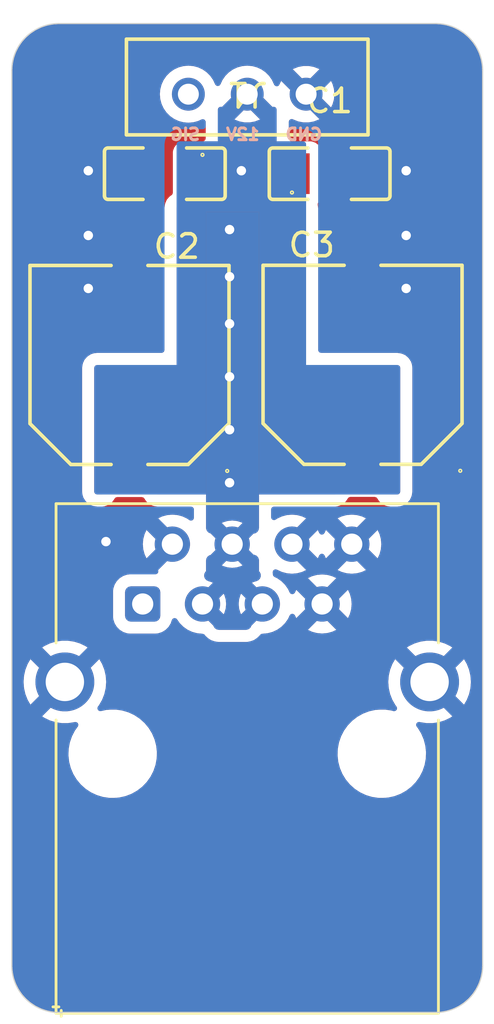
<source format=kicad_pcb>
(kicad_pcb (version 20221018) (generator pcbnew)
  (layers (0 "F.Cu" signal) (1 "In1.Cu" signal) (2 "In2.Cu" signal) (31 "B.Cu" signal) (34 "B.Paste" user) (35 "F.Paste" user) (36 "B.SilkS" user "B.Silkscreen") (37 "F.SilkS" user "F.Silkscreen") (38 "B.Mask" user) (39 "F.Mask" user) (44 "Edge.Cuts" user))
  (net 0 "")
  (net 1 "GND")
  (net 2 "/12V")
  (net 3 "/SIG")
  (footprint "Clockdiv-KiCad:RJ45_Conrad_1586526" (layer "F.Cu") (at 145.29 112)
    (fp_text reference "J3" hide)
    (fp_text value "RJ45_Shielded" hide)
    (fp_line (start -2.41 -10.61) (end -2.41 -4.7) (stroke (width 0.12)) (layer "F.SilkS"))
    (fp_line (start -2.41 -10.61) (end 13.83 -10.61) (stroke (width 0.12)) (layer "F.SilkS"))
    (fp_line (start -2.41 -1.42) (end -2.41 11.03) (stroke (width 0.12)) (layer "F.SilkS"))
    (fp_line (start -2.29 10.76) (end -2.54 10.76) (stroke (width 0.12)) (layer "F.SilkS"))
    (fp_line (start -2.19 10.91) (end -2.19 11.16) (stroke (width 0.12)) (layer "F.SilkS"))
    (fp_line (start 13.83 -10.61) (end 13.83 -4.7) (stroke (width 0.12)) (layer "F.SilkS"))
    (fp_line (start 13.83 -1.42) (end 13.83 11.03) (stroke (width 0.12)) (layer "F.SilkS"))
    (fp_line (start 13.83 11.03) (end -2.41 11.03) (stroke (width 0.12)) (layer "F.SilkS"))
    (pad "" np_thru_hole circle (at -0.005 0.01) (size 3.25 3.25) (drill 3.25) (layers "*.Cu" "*.Mask"))
    (pad "" np_thru_hole circle (at 11.425 0.01) (size 3.25 3.25) (drill 3.25) (layers "*.Cu" "*.Mask"))
    (pad "1" thru_hole roundrect (at 1.27 -6.35) (size 1.5 1.5) (drill 0.9) (layers "*.Cu" "*.Mask") (roundrect_rratio 0.167) (net 3 "/SIG"))
    (pad "2" thru_hole circle (at 2.53 -8.89) (size 1.5 1.5) (drill 0.9) (layers "*.Cu" "*.Mask") (net 1 "GND"))
    (pad "3" thru_hole circle (at 3.81 -6.35) (size 1.5 1.5) (drill 0.9) (layers "*.Cu" "*.Mask") (net 2 "/12V"))
    (pad "4" thru_hole circle (at 5.07 -8.89) (size 1.5 1.5) (drill 0.9) (layers "*.Cu" "*.Mask") (net 2 "/12V"))
    (pad "5" thru_hole circle (at 6.35 -6.35) (size 1.5 1.5) (drill 0.9) (layers "*.Cu" "*.Mask") (net 2 "/12V"))
    (pad "6" thru_hole circle (at 7.61 -8.89 90) (size 1.5 1.5) (drill 0.9) (layers "*.Cu" "*.Mask") (net 1 "GND"))
    (pad "7" thru_hole circle (at 8.89 -6.35) (size 1.5 1.5) (drill 0.9) (layers "*.Cu" "*.Mask") (net 1 "GND"))
    (pad "8" thru_hole circle (at 10.15 -8.89) (size 1.5 1.5) (drill 0.9) (layers "*.Cu" "*.Mask") (net 1 "GND"))
    (pad "SH" thru_hole circle (at -2.035 -3.04) (size 2.5 2.5) (drill 1.63) (layers "*.Cu" "*.Mask") (net 1 "GND"))
    (pad "SH" thru_hole circle (at 13.455 -3.04) (size 2.5 2.5) (drill 1.63) (layers "*.Cu" "*.Mask") (net 1 "GND"))
  )
  (footprint "footprint:C1206" (layer "F.Cu") (at 154.5 87.376)
    (fp_text reference "C1" (at 0 -3.092609) (layer "F.SilkS"))
    (fp_text value "CL31B104KBCNNNC" hide)
    (fp_line (start -2.563602 0.940208) (end -2.563602 -0.940208) (stroke (width 0.1524)) (layer "F.SilkS"))
    (fp_line (start -2.411201 -1.092609) (end -0.926213 -1.092609) (stroke (width 0.1524)) (layer "F.SilkS"))
    (fp_line (start -0.926213 1.092609) (end -2.411201 1.092609) (stroke (width 0.1524)) (layer "F.SilkS"))
    (fp_line (start 0.926213 1.092609) (end 2.411201 1.092609) (stroke (width 0.1524)) (layer "F.SilkS"))
    (fp_line (start 2.411201 -1.092609) (end 0.926213 -1.092609) (stroke (width 0.1524)) (layer "F.SilkS"))
    (fp_line (start 2.563602 0.940208) (end 2.563602 -0.940208) (stroke (width 0.1524)) (layer "F.SilkS"))
    (fp_arc (start -2.563602 -0.940208) (mid -2.518965 -1.047972) (end -2.411201 -1.092609) (stroke (width 0.1524)) (layer "F.SilkS"))
    (fp_arc (start -2.411201 1.092609) (mid -2.518965 1.047972) (end -2.563602 0.940208) (stroke (width 0.1524)) (layer "F.SilkS"))
    (fp_arc (start 2.411201 -1.092609) (mid 2.518967 -1.047972) (end 2.563602 -0.940208) (stroke (width 0.1524)) (layer "F.SilkS"))
    (fp_arc (start 2.563602 0.940208) (mid 2.518962 1.047967) (end 2.411201 1.092609) (stroke (width 0.1524)) (layer "F.SilkS"))
    (fp_circle (center -1.599949 0.800102) (end -1.569977 0.800102) (stroke (width 0.059995)) (fill none) (layer "F.SilkS"))
    (pad "1" smd rect (at -1.592583 0) (size 1.485014 1.727991) (layers "F.Cu" "F.Paste" "F.Mask") (net 2 "/12V"))
    (pad "2" smd rect (at 1.592583 0) (size 1.485014 1.727991) (layers "F.Cu" "F.Paste" "F.Mask") (net 1 "GND"))
  )
  (footprint "footprints:CONN3_B3B-EH-ALFSN_JST" (layer "F.Cu") (at 153.5 84 180)
    (fp_text reference "J1" (at 2.5 0 180 unlocked) (layer "F.SilkS"))
    (fp_text value "B3B-EH-ALFSN")
    (fp_line (start -2.6308 -1.727) (end -2.6308 2.337) (stroke (width 0.1524)) (layer "F.SilkS"))
    (fp_line (start -2.6308 2.337) (end 7.6308 2.337) (stroke (width 0.1524)) (layer "F.SilkS"))
    (fp_line (start 7.6308 -1.727) (end -2.6308 -1.727) (stroke (width 0.1524)) (layer "F.SilkS"))
    (fp_line (start 7.6308 2.337) (end 7.6308 -1.727) (stroke (width 0.1524)) (layer "F.SilkS"))
    (pad "1" thru_hole circle (at 0 0 180) (size 1.397 1.397) (drill 0.889) (layers "*.Cu" "*.Mask") (net 1 "GND"))
    (pad "2" thru_hole circle (at 2.5 0 180) (size 1.397 1.397) (drill 0.889) (layers "*.Cu" "*.Mask") (net 2 "/12V"))
    (pad "3" thru_hole circle (at 5 0 180) (size 1.397 1.397) (drill 0.889) (layers "*.Cu" "*.Mask") (net 3 "/SIG"))
  )
  (footprint "footprint:CAP-SMD_BD8.0-L8.3-W8.3-RD" (layer "F.Cu") (at 155.898 95.492895 -90)
    (fp_text reference "C3" (at -5.087105 2.159 -180) (layer "F.SilkS"))
    (fp_text value "VE-221M1ETR-0810" hide)
    (fp_line (start -4.226238 -4.226238) (end 2.489967 -4.226238) (stroke (width 0.1524)) (layer "F.SilkS"))
    (fp_line (start -4.226238 -0.782398) (end -4.226238 -4.226238) (stroke (width 0.1524)) (layer "F.SilkS"))
    (fp_line (start -4.226238 0.782398) (end -4.226238 4.226238) (stroke (width 0.1524)) (layer "F.SilkS"))
    (fp_line (start -4.226238 4.226238) (end 2.489967 4.226238) (stroke (width 0.1524)) (layer "F.SilkS"))
    (fp_line (start 2.489967 -4.226238) (end 4.226238 -2.489967) (stroke (width 0.1524)) (layer "F.SilkS"))
    (fp_line (start 2.489967 4.226238) (end 4.226238 2.489967) (stroke (width 0.1524)) (layer "F.SilkS"))
    (fp_line (start 4.226238 -2.489967) (end 4.226238 -0.782398) (stroke (width 0.1524)) (layer "F.SilkS"))
    (fp_line (start 4.226238 2.489967) (end 4.226238 0.782398) (stroke (width 0.1524)) (layer "F.SilkS"))
    (fp_circle (center 4.500127 -4.150114) (end 4.530099 -4.150114) (stroke (width 0.059995)) (fill none) (layer "F.SilkS"))
    (pad "1" smd rect (at 3.294895 0 90) (size 3.610008 1.259995) (layers "F.Cu" "F.Paste" "F.Mask") (net 2 "/12V"))
    (pad "2" smd rect (at -3.294895 0 90) (size 3.610008 1.259995) (layers "F.Cu" "F.Paste" "F.Mask") (net 1 "GND"))
  )
  (footprint "footprint:C1206" (layer "F.Cu") (at 147.5 87.376 180)
    (fp_text reference "C2" (at -0.508 -3.092609) (layer "F.SilkS"))
    (fp_text value "CL31B104KBCNNNC" hide)
    (fp_line (start -2.563602 0.940208) (end -2.563602 -0.940208) (stroke (width 0.1524)) (layer "F.SilkS"))
    (fp_line (start -2.411201 -1.092609) (end -0.926213 -1.092609) (stroke (width 0.1524)) (layer "F.SilkS"))
    (fp_line (start -0.926213 1.092609) (end -2.411201 1.092609) (stroke (width 0.1524)) (layer "F.SilkS"))
    (fp_line (start 0.926213 1.092609) (end 2.411201 1.092609) (stroke (width 0.1524)) (layer "F.SilkS"))
    (fp_line (start 2.411201 -1.092609) (end 0.926213 -1.092609) (stroke (width 0.1524)) (layer "F.SilkS"))
    (fp_line (start 2.563602 0.940208) (end 2.563602 -0.940208) (stroke (width 0.1524)) (layer "F.SilkS"))
    (fp_arc (start -2.563602 -0.940208) (mid -2.518965 -1.047972) (end -2.411201 -1.092609) (stroke (width 0.1524)) (layer "F.SilkS"))
    (fp_arc (start -2.411201 1.092609) (mid -2.518965 1.047972) (end -2.563602 0.940208) (stroke (width 0.1524)) (layer "F.SilkS"))
    (fp_arc (start 2.411201 -1.092609) (mid 2.518967 -1.047972) (end 2.563602 -0.940208) (stroke (width 0.1524)) (layer "F.SilkS"))
    (fp_arc (start 2.563602 0.940208) (mid 2.518962 1.047967) (end 2.411201 1.092609) (stroke (width 0.1524)) (layer "F.SilkS"))
    (fp_circle (center -1.599949 0.800102) (end -1.569977 0.800102) (stroke (width 0.059995)) (fill none) (layer "F.SilkS"))
    (pad "1" smd rect (at -1.592583 0 180) (size 1.485014 1.727991) (layers "F.Cu" "F.Paste" "F.Mask") (net 2 "/12V"))
    (pad "2" smd rect (at 1.592583 0 180) (size 1.485014 1.727991) (layers "F.Cu" "F.Paste" "F.Mask") (net 1 "GND"))
  )
  (footprint "footprint:CAP-SMD_BD8.0-L8.3-W8.3-RD" (layer "F.Cu") (at 146 95.5 -90)
    (fp_text reference "C4" hide)
    (fp_text value "VE-221M1ETR-0810" hide)
    (fp_line (start -4.226238 -4.226238) (end 2.489967 -4.226238) (stroke (width 0.1524)) (layer "F.SilkS"))
    (fp_line (start -4.226238 -0.782398) (end -4.226238 -4.226238) (stroke (width 0.1524)) (layer "F.SilkS"))
    (fp_line (start -4.226238 0.782398) (end -4.226238 4.226238) (stroke (width 0.1524)) (layer "F.SilkS"))
    (fp_line (start -4.226238 4.226238) (end 2.489967 4.226238) (stroke (width 0.1524)) (layer "F.SilkS"))
    (fp_line (start 2.489967 -4.226238) (end 4.226238 -2.489967) (stroke (width 0.1524)) (layer "F.SilkS"))
    (fp_line (start 2.489967 4.226238) (end 4.226238 2.489967) (stroke (width 0.1524)) (layer "F.SilkS"))
    (fp_line (start 4.226238 -2.489967) (end 4.226238 -0.782398) (stroke (width 0.1524)) (layer "F.SilkS"))
    (fp_line (start 4.226238 2.489967) (end 4.226238 0.782398) (stroke (width 0.1524)) (layer "F.SilkS"))
    (fp_circle (center 4.500127 -4.150114) (end 4.530099 -4.150114) (stroke (width 0.059995)) (fill none) (layer "F.SilkS"))
    (pad "1" smd rect (at 3.294895 0 90) (size 3.610008 1.259995) (layers "F.Cu" "F.Paste" "F.Mask") (net 2 "/12V"))
    (pad "2" smd rect (at -3.294895 0 90) (size 3.610008 1.259995) (layers "F.Cu" "F.Paste" "F.Mask") (net 1 "GND"))
  )
  (footprint "LOGO" (layer "B.Cu") (at 151.25 117 180)
    (fp_text reference "G***" hide)
    (fp_text value "LOGO" hide)
  )
  (gr_arc (start 159 81) (mid 160.414214 81.585786) (end 161 83) (stroke (width 0.05)) (layer "Edge.Cuts"))
  (gr_line (start 161 83) (end 161 121) (stroke (width 0.05)) (layer "Edge.Cuts"))
  (gr_line (start 143 81) (end 159 81) (stroke (width 0.05)) (layer "Edge.Cuts"))
  (gr_line (start 159 123) (end 143 123) (stroke (width 0.05)) (layer "Edge.Cuts"))
  (gr_arc (start 143 123) (mid 141.585786 122.414214) (end 141 121) (stroke (width 0.05)) (layer "Edge.Cuts"))
  (gr_arc (start 141 83) (mid 141.585786 81.585786) (end 143 81) (stroke (width 0.05)) (layer "Edge.Cuts"))
  (gr_line (start 141 121) (end 141 83) (stroke (width 0.05)) (layer "Edge.Cuts"))
  (gr_arc (start 161 121) (mid 160.414214 122.414214) (end 159 123) (stroke (width 0.05)) (layer "Edge.Cuts"))
  (gr_text "GND   12V   SIG" (at 154.25 86) (layer "B.SilkS") (effects (font (size 0.5 0.5) (thickness 0.125) bold) (justify left bottom mirror)))
  (via (at 157.75 87.25) (size 0.8) (drill 0.4) (layers "F.Cu" "B.Cu") (net 1))
  (via (at 144.25 92.25) (size 0.8) (drill 0.4) (layers "F.Cu" "B.Cu") (net 1))
  (via (at 144.25 90) (size 0.8) (drill 0.4) (layers "F.Cu" "B.Cu") (net 1))
  (via (at 157.75 92.25) (size 0.8) (drill 0.4) (layers "F.Cu" "B.Cu") (net 1))
  (via (at 145 103) (size 0.8) (drill 0.4) (layers "F.Cu" "B.Cu") (net 1))
  (via (at 144.25 87.25) (size 0.8) (drill 0.4) (layers "F.Cu" "B.Cu") (net 1))
  (via (at 157.75 90) (size 0.8) (drill 0.4) (layers "F.Cu" "B.Cu") (net 1))
  (via (at 150.25 93.75) (size 0.8) (drill 0.4) (layers "F.Cu" "B.Cu") (net 2))
  (via (at 150.25 96) (size 0.8) (drill 0.4) (layers "F.Cu" "B.Cu") (net 2))
  (via (at 150.25 98.25) (size 0.8) (drill 0.4) (layers "F.Cu" "B.Cu") (net 2))
  (via (at 150.75 87.25) (size 0.8) (drill 0.4) (layers "F.Cu" "B.Cu") (net 2))
  (via (at 150.25 100.5) (size 0.8) (drill 0.4) (layers "F.Cu" "B.Cu") (net 2))
  (via (at 150.25 91.75) (size 0.8) (drill 0.4) (layers "F.Cu" "B.Cu") (net 2))
  (via (at 150.25 89.75) (size 0.8) (drill 0.4) (layers "F.Cu" "B.Cu") (net 2))
  (zone (net 2) (net_name "/12V") (layers "F.Cu" "In1.Cu" "In2.Cu" "B.Cu") (priority 2) (connect_pads (clearance 0.5)) (min_thickness 0.5) (fill yes (thermal_gap 0.25) (thermal_bridge_width 0.65))
    (polygon (pts (xy 149.25 89) (xy 149.25 104.25) (xy 148 105) (xy 148 106.75) (xy 152.75 106.75) (xy 152.75 105) (xy 151.5 104.25) (xy 151.5 89)))
  )
  (zone (net 1) (net_name "GND") (layers "F.Cu" "In1.Cu" "In2.Cu" "B.Cu") (connect_pads (clearance 0.508)) (min_thickness 0.25) (fill yes (thermal_gap 0.5) (thermal_bridge_width 0.7))
    (polygon (pts (xy 140.5 80) (xy 161.5 80) (xy 161.5 123.5) (xy 140.5 123.5)))
  )
  (zone (net 2) (net_name "/12V") (layers "F.Cu" "In1.Cu" "In2.Cu" "B.Cu") (priority 1) (connect_pads (clearance 0.508)) (min_thickness 0.25) (fill yes (thermal_gap 0.5) (thermal_bridge_width 0.75))
    (polygon (pts (xy 144.5 95.5) (xy 148 95.5) (xy 148 86) (xy 153.5 86) (xy 153.5 95.5) (xy 157.5 95.5) (xy 157.5 101) (xy 144.5 101)))
  )
  (zone (net 2) (net_name "/12V") (layers "F.Cu" "In1.Cu" "In2.Cu" "B.Cu") (priority 3) (connect_pads (clearance 0.508)) (min_thickness 0.25) (fill yes (thermal_gap 0.5) (thermal_bridge_width 0.75))
    (polygon (pts (xy 149.75 83.25) (xy 152.25 83.25) (xy 152.25 86) (xy 149.75 86)))
  )
)
</source>
